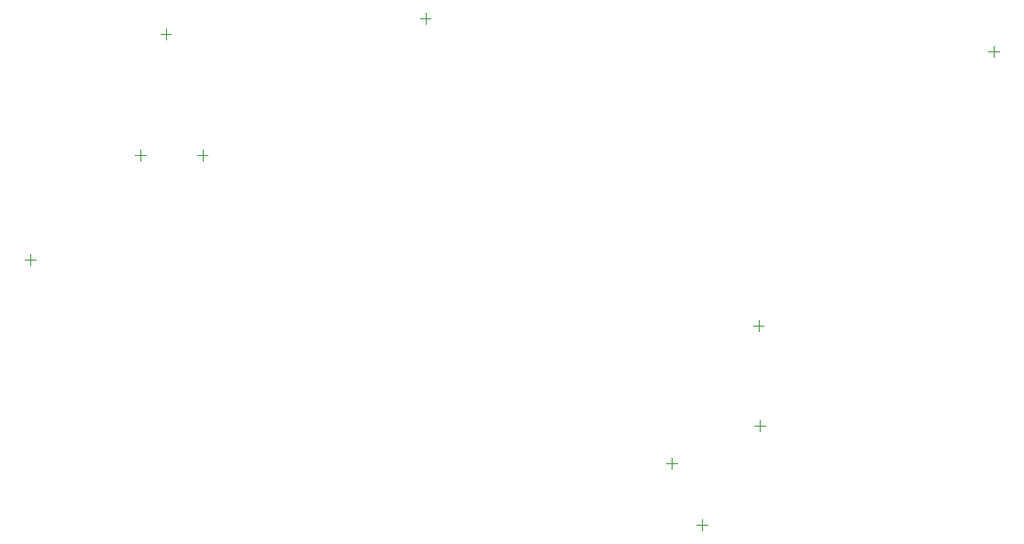
<source format=gbr>
G04*
G04 #@! TF.GenerationSoftware,Altium Limited,Altium Designer,24.1.2 (44)*
G04*
G04 Layer_Color=32896*
%FSLAX44Y44*%
%MOMM*%
G71*
G04*
G04 #@! TF.SameCoordinates,98FF00E1-DB16-4AB4-99D8-1D2B7C447DA4*
G04*
G04*
G04 #@! TF.FilePolarity,Positive*
G04*
G01*
G75*
%ADD83C,0.1000*%
D83*
X-97790Y304880D02*
Y314880D01*
X-102790Y309880D02*
X-92790D01*
X426620Y274400D02*
Y284400D01*
X421620Y279400D02*
X431620D01*
X-337420Y290740D02*
Y300740D01*
X-342420Y295740D02*
X-332420D01*
X-467280Y87630D02*
X-457280D01*
X-462280Y82630D02*
Y92630D01*
X209550Y21670D02*
Y31670D01*
X204550Y26670D02*
X214550D01*
X129540Y-105330D02*
Y-95330D01*
X124540Y-100330D02*
X134540D01*
X157480Y-162480D02*
Y-152480D01*
X152480Y-157480D02*
X162480D01*
X-308530Y184150D02*
X-298530D01*
X-303530Y179150D02*
Y189150D01*
X-365680Y184150D02*
X-355680D01*
X-360680Y179150D02*
Y189150D01*
X210820Y-71040D02*
Y-61040D01*
X205820Y-66040D02*
X215820D01*
M02*

</source>
